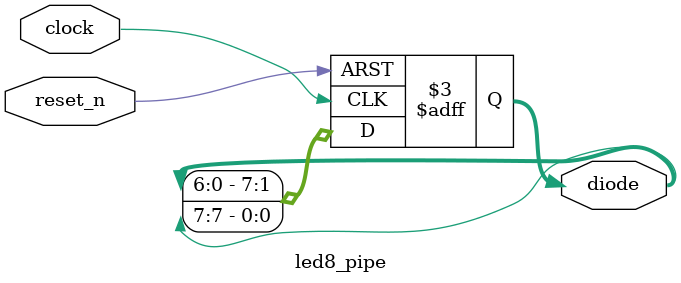
<source format=v>
module led8_pipe (
                  reset_n,
                  clock,
                  diode
                 );

  input             reset_n;
  input             clock;
  output [7:0]      diode;

  reg    [7:0]      diode;

  always @( posedge clock or negedge reset_n ) begin
    if ( ~reset_n ) begin
       diode[7:0] <= 8'b0000_0001;
    end
    else begin
      diode[0] <= diode[7];
      diode[1] <= diode[0];
      diode[2] <= diode[1];
      diode[3] <= diode[2];
      diode[4] <= diode[3];
      diode[5] <= diode[4];
      diode[6] <= diode[5];
      diode[7] <= diode[6];
    end
  end

endmodule

</source>
